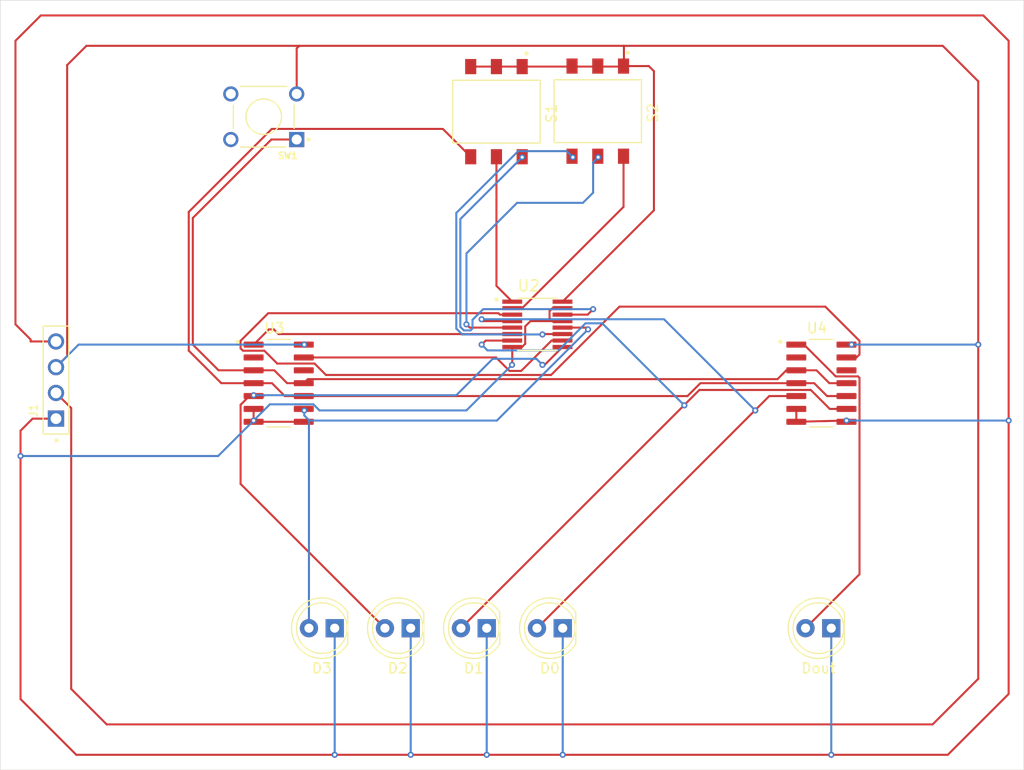
<source format=kicad_pcb>
(kicad_pcb (version 20240108) (generator "pcbnew") (generator_version "8.0")
  (layers (0 "F.Cu" signal) (31 "B.Cu" signal) (34 "B.Paste" user) (35 "F.Paste" user) (36 "B.SilkS" user "B.Silkscreen") (37 "F.SilkS" user "F.Silkscreen") (38 "B.Mask" user) (39 "F.Mask" user) (44 "Edge.Cuts" user))
  (net 0 "")
  (net 1 "D0")
  (net 2 "D1")
  (net 3 "D2")
  (net 4 "D3")
  (net 5 "Dout")
  (net 6 "CLK")
  (net 7 "RST")
  (net 8 "En")
  (net 9 "Net-(U3-~{Q1})")
  (net 10 "Net-(U3-~{Q2})")
  (net 11 "Net-(U4-~{Q1})")
  (net 12 "Net-(U4-~{Q2})")
  (net 15 "Vdd")
  (net 16 "GND")
  (net 17 "Net-(U2-S4A)")
  (net 18 "Net-(U2-S2A)")
  (net 19 "Net-(U2-S1A)")
  (net 20 "Net-(U2-S3A)")
  (net 21 "Net-(U2-S1B)")
  (net 22 "Net-(U2-S2B)")
  (net 23 "Net-(U2-S3B)")
  (footprint "LED_THT:LED_D5.0mm" (layer "F.Cu") (at 133 150.5 180)
    (property "Reference" "D2" (at 1.27 -3.96 180) (layer "F.SilkS"))
    (property "Value" "LED")
    (fp_line (start -1.29 -1.545) (end -1.29 1.545) (stroke (width 0.12)) (layer "F.SilkS"))
    (fp_arc (start 4.26 -0.000462) (mid 2.072002 2.880433) (end -1.29 1.54483) (stroke (width 0.12)) (layer "F.SilkS"))
    (fp_arc (start -1.29 -1.54483) (mid 2.072002 -2.880433) (end 4.26 0.000462) (stroke (width 0.12)) (layer "F.SilkS"))
    (fp_circle (center 1.27 0) (end 3.77 0) (stroke (width 0.12)) (fill none) (layer "F.SilkS"))
    (pad "1" thru_hole rect (at 0 0 180) (size 1.8 1.8) (drill 0.9) (layers "*.Cu" "*.Mask") (net 16 "GND"))
    (pad "2" thru_hole circle (at 2.54 0 180) (size 1.8 1.8) (drill 0.9) (layers "*.Cu" "*.Mask") (net 3 "D2"))
  )
  (footprint "ADG794BRQZ:SOP64P600X175-16N" (layer "F.Cu") (at 145.5 120.5)
    (property "Reference" "U2" (at -0.856285 -3.806405 0) (layer "F.SilkS") (effects (font (size 1.083835 1.083835))))
    (property "Value" "ADG794BRQZ")
    (fp_line (start -1.955 -2.575) (end 1.955 -2.575) (stroke (width 0.127)) (layer "F.SilkS"))
    (fp_line (start -1.955 2.575) (end 1.955 2.575) (stroke (width 0.127)) (layer "F.SilkS"))
    (fp_circle (center -4.04 -2.45) (end -3.84 -2.45) (fill solid) (layer "F.SilkS"))
    (pad "1" smd roundrect (at -2.48 -2.24) (size 1.96 0.41) (layers "F.Cu" "F.Paste" "F.Mask") (roundrect_rratio 0.05) (net 8 "En"))
    (pad "2" smd roundrect (at -2.48 -1.6) (size 1.96 0.41) (layers "F.Cu" "F.Paste" "F.Mask") (roundrect_rratio 0.05) (net 19 "Net-(U2-S1A)"))
    (pad "3" smd roundrect (at -2.48 -0.96) (size 1.96 0.41) (layers "F.Cu" "F.Paste" "F.Mask") (roundrect_rratio 0.05) (net 21 "Net-(U2-S1B)"))
    (pad "4" smd roundrect (at -2.48 -0.32) (size 1.96 0.41) (layers "F.Cu" "F.Paste" "F.Mask") (roundrect_rratio 0.05) (net 1 "D0"))
    (pad "5" smd roundrect (at -2.48 0.32) (size 1.96 0.41) (layers "F.Cu" "F.Paste" "F.Mask") (roundrect_rratio 0.05) (net 18 "Net-(U2-S2A)"))
    (pad "6" smd roundrect (at -2.48 0.96) (size 1.96 0.41) (layers "F.Cu" "F.Paste" "F.Mask") (roundrect_rratio 0.05) (net 22 "Net-(U2-S2B)"))
    (pad "7" smd roundrect (at -2.48 1.6) (size 1.96 0.41) (layers "F.Cu" "F.Paste" "F.Mask") (roundrect_rratio 0.05) (net 2 "D1"))
    (pad "8" smd roundrect (at -2.48 2.24) (size 1.96 0.41) (layers "F.Cu" "F.Paste" "F.Mask") (roundrect_rratio 0.05) (net 16 "GND"))
    (pad "9" smd roundrect (at 2.48 2.24) (size 1.96 0.41) (layers "F.Cu" "F.Paste" "F.Mask") (roundrect_rratio 0.05) (net 3 "D2"))
    (pad "10" smd roundrect (at 2.48 1.6) (size 1.96 0.41) (layers "F.Cu" "F.Paste" "F.Mask") (roundrect_rratio 0.05) (net 23 "Net-(U2-S3B)"))
    (pad "11" smd roundrect (at 2.48 0.96) (size 1.96 0.41) (layers "F.Cu" "F.Paste" "F.Mask") (roundrect_rratio 0.05) (net 20 "Net-(U2-S3A)"))
    (pad "12" smd roundrect (at 2.48 0.32) (size 1.96 0.41) (layers "F.Cu" "F.Paste" "F.Mask") (roundrect_rratio 0.05) (net 4 "D3"))
    (pad "13" smd roundrect (at 2.48 -0.32) (size 1.96 0.41) (layers "F.Cu" "F.Paste" "F.Mask") (roundrect_rratio 0.05) (net 16 "GND"))
    (pad "14" smd roundrect (at 2.48 -0.96) (size 1.96 0.41) (layers "F.Cu" "F.Paste" "F.Mask") (roundrect_rratio 0.05) (net 17 "Net-(U2-S4A)"))
    (pad "15" smd roundrect (at 2.48 -1.6) (size 1.96 0.41) (layers "F.Cu" "F.Paste" "F.Mask") (roundrect_rratio 0.05) (net 16 "GND"))
    (pad "16" smd roundrect (at 2.48 -2.24) (size 1.96 0.41) (layers "F.Cu" "F.Paste" "F.Mask") (roundrect_rratio 0.05) (net 15 "Vdd"))
  )
  (footprint "LED_THT:LED_D5.0mm" (layer "F.Cu") (at 148 150.5 180)
    (property "Reference" "D0" (at 1.27 -3.96 180) (layer "F.SilkS"))
    (property "Value" "LED")
    (fp_line (start -1.29 -1.545) (end -1.29 1.545) (stroke (width 0.12)) (layer "F.SilkS"))
    (fp_arc (start 4.26 -0.000462) (mid 2.072002 2.880433) (end -1.29 1.54483) (stroke (width 0.12)) (layer "F.SilkS"))
    (fp_arc (start -1.29 -1.54483) (mid 2.072002 -2.880433) (end 4.26 0.000462) (stroke (width 0.12)) (layer "F.SilkS"))
    (fp_circle (center 1.27 0) (end 3.77 0) (stroke (width 0.12)) (fill none) (layer "F.SilkS"))
    (pad "1" thru_hole rect (at 0 0 180) (size 1.8 1.8) (drill 0.9) (layers "*.Cu" "*.Mask") (net 16 "GND"))
    (pad "2" thru_hole circle (at 2.54 0 180) (size 1.8 1.8) (drill 0.9) (layers "*.Cu" "*.Mask") (net 1 "D0"))
  )
  (footprint "DS04-254-2-03BK-SMT:SW_DS04-254-2-03BK-SMT" (layer "F.Cu") (at 141.46 99.5 -90)
    (property "Reference" "S1" (at 0.175 -5.425 90) (layer "F.SilkS"))
    (property "Value" "DS04-254-2-03BK-SMT")
    (fp_line (start -3.1 4.31) (end -3.1 -4.31) (stroke (width 0.127)) (layer "F.SilkS"))
    (fp_line (start 3.1 4.31) (end -3.1 4.31) (stroke (width 0.127)) (layer "F.SilkS"))
    (fp_line (start -3.1 -4.31) (end 3.1 -4.31) (stroke (width 0.127)) (layer "F.SilkS"))
    (fp_line (start 3.1 -4.31) (end 3.1 4.31) (stroke (width 0.127)) (layer "F.SilkS"))
    (fp_circle (center -5.75 -2.97) (end -5.65 -2.97) (stroke (width 0.2)) (fill none) (layer "F.SilkS"))
    (pad "1A" smd rect (at -4.45 -2.54 270) (size 1.5 1.1) (layers "F.Cu" "F.Paste" "F.Mask") (net 15 "Vdd"))
    (pad "1B" smd rect (at 4.45 -2.54 90) (size 1.5 1.1) (layers "F.Cu" "F.Paste" "F.Mask") (net 17 "Net-(U2-S4A)"))
    (pad "2A" smd rect (at -4.45 0 270) (size 1.5 1.1) (layers "F.Cu" "F.Paste" "F.Mask") (net 15 "Vdd"))
    (pad "2B" smd rect (at 4.45 0 90) (size 1.5 1.1) (layers "F.Cu" "F.Paste" "F.Mask") (net 8 "En"))
    (pad "3A" smd rect (at -4.45 2.54 270) (size 1.5 1.1) (layers "F.Cu" "F.Paste" "F.Mask") (net 15 "Vdd"))
    (pad "3B" smd rect (at 4.45 2.54 90) (size 1.5 1.1) (layers "F.Cu" "F.Paste" "F.Mask") (net 7 "RST"))
  )
  (footprint "CD4013BMT:SOIC127P600X175-14N" (layer "F.Cu") (at 119.975 126.31)
    (property "Reference" "U3" (at -0.425 -5.435 0) (layer "F.SilkS"))
    (property "Value" "CD4013BMT")
    (fp_line (start -1.17 -4.325) (end 1.17 -4.325) (stroke (width 0.127)) (layer "F.SilkS"))
    (fp_line (start -1.17 4.325) (end 1.17 4.325) (stroke (width 0.127)) (layer "F.SilkS"))
    (fp_circle (center -4.05 -4.1) (end -3.95 -4.1) (stroke (width 0.2)) (fill none) (layer "F.SilkS"))
    (pad "1" smd roundrect (at -2.475 -3.81) (size 1.97 0.6) (layers "F.Cu" "F.Paste" "F.Mask") (roundrect_rratio 0.15) (net 22 "Net-(U2-S2B)"))
    (pad "2" smd roundrect (at -2.475 -2.54) (size 1.97 0.6) (layers "F.Cu" "F.Paste" "F.Mask") (roundrect_rratio 0.15) (net 9 "Net-(U3-~{Q1})"))
    (pad "3" smd roundrect (at -2.475 -1.27) (size 1.97 0.6) (layers "F.Cu" "F.Paste" "F.Mask") (roundrect_rratio 0.15) (net 6 "CLK"))
    (pad "4" smd roundrect (at -2.475 0) (size 1.97 0.6) (layers "F.Cu" "F.Paste" "F.Mask") (roundrect_rratio 0.15) (net 7 "RST"))
    (pad "5" smd roundrect (at -2.475 1.27) (size 1.97 0.6) (layers "F.Cu" "F.Paste" "F.Mask") (roundrect_rratio 0.15) (net 3 "D2"))
    (pad "6" smd roundrect (at -2.475 2.54) (size 1.97 0.6) (layers "F.Cu" "F.Paste" "F.Mask") (roundrect_rratio 0.15) (net 16 "GND"))
    (pad "7" smd roundrect (at -2.475 3.81) (size 1.97 0.6) (layers "F.Cu" "F.Paste" "F.Mask") (roundrect_rratio 0.15) (net 16 "GND"))
    (pad "8" smd roundrect (at 2.475 3.81) (size 1.97 0.6) (layers "F.Cu" "F.Paste" "F.Mask") (roundrect_rratio 0.15) (net 16 "GND"))
    (pad "9" smd roundrect (at 2.475 2.54) (size 1.97 0.6) (layers "F.Cu" "F.Paste" "F.Mask") (roundrect_rratio 0.15) (net 4 "D3"))
    (pad "10" smd roundrect (at 2.475 1.27) (size 1.97 0.6) (layers "F.Cu" "F.Paste" "F.Mask") (roundrect_rratio 0.15) (net 7 "RST"))
    (pad "11" smd roundrect (at 2.475 0) (size 1.97 0.6) (layers "F.Cu" "F.Paste" "F.Mask") (roundrect_rratio 0.15) (net 6 "CLK"))
    (pad "12" smd roundrect (at 2.475 -1.27) (size 1.97 0.6) (layers "F.Cu" "F.Paste" "F.Mask") (roundrect_rratio 0.15) (net 10 "Net-(U3-~{Q2})"))
    (pad "13" smd roundrect (at 2.475 -2.54) (size 1.97 0.6) (layers "F.Cu" "F.Paste" "F.Mask") (roundrect_rratio 0.15) (net 23 "Net-(U2-S3B)"))
    (pad "14" smd roundrect (at 2.475 -3.81) (size 1.97 0.6) (layers "F.Cu" "F.Paste" "F.Mask") (roundrect_rratio 0.15) (net 15 "Vdd"))
  )
  (footprint "PPTC041LFBN-RC:SULLINS_PPTC041LFBN-RC" (layer "F.Cu") (at 98 126 90)
    (property "Reference" "J1" (at -3.02 -2.208 -90) (layer "F.SilkS") (effects (font (size 0.8 0.8))))
    (property "Value" "PPTC041LFBN-RC")
    (fp_line (start 5.33 -1.27) (end -5.33 -1.27) (stroke (width 0.127)) (layer "F.SilkS"))
    (fp_line (start -5.33 -1.27) (end -5.33 1.27) (stroke (width 0.127)) (layer "F.SilkS"))
    (fp_line (start 5.33 1.27) (end 5.33 -1.27) (stroke (width 0.127)) (layer "F.SilkS"))
    (fp_line (start -5.33 1.27) (end 5.33 1.27) (stroke (width 0.127)) (layer "F.SilkS"))
    (fp_circle (center -5.96 0.05) (end -5.86 0.05) (stroke (width 0.2)) (fill none) (layer "F.SilkS"))
    (pad "1" thru_hole rect (at -3.81 0 90) (size 1.605 1.605) (drill 1.07) (layers "*.Cu" "*.Mask") (net 16 "GND"))
    (pad "2" thru_hole circle (at -1.27 0 90) (size 1.605 1.605) (drill 1.07) (layers "*.Cu" "*.Mask") (net 15 "Vdd"))
    (pad "3" thru_hole circle (at 1.27 0 90) (size 1.605 1.605) (drill 1.07) (layers "*.Cu" "*.Mask") (net 15 "Vdd"))
    (pad "4" thru_hole circle (at 3.81 0 90) (size 1.605 1.605) (drill 1.07) (layers "*.Cu" "*.Mask") (net 16 "GND"))
  )
  (footprint "LED_THT:LED_D5.0mm" (layer "F.Cu") (at 174.5 150.5 180)
    (property "Reference" "Dout" (at 1.27 -3.96 180) (layer "F.SilkS"))
    (property "Value" "LED")
    (fp_line (start -1.29 -1.545) (end -1.29 1.545) (stroke (width 0.12)) (layer "F.SilkS"))
    (fp_arc (start 4.26 -0.000462) (mid 2.072002 2.880433) (end -1.29 1.54483) (stroke (width 0.12)) (layer "F.SilkS"))
    (fp_arc (start -1.29 -1.54483) (mid 2.072002 -2.880433) (end 4.26 0.000462) (stroke (width 0.12)) (layer "F.SilkS"))
    (fp_circle (center 1.27 0) (end 3.77 0) (stroke (width 0.12)) (fill none) (layer "F.SilkS"))
    (pad "1" thru_hole rect (at 0 0 180) (size 1.8 1.8) (drill 0.9) (layers "*.Cu" "*.Mask") (net 16 "GND"))
    (pad "2" thru_hole circle (at 2.54 0 180) (size 1.8 1.8) (drill 0.9) (layers "*.Cu" "*.Mask") (net 5 "Dout"))
  )
  (footprint "LED_THT:LED_D5.0mm" (layer "F.Cu") (at 125.5 150.5 180)
    (property "Reference" "D3" (at 1.27 -3.96 180) (layer "F.SilkS"))
    (property "Value" "LED")
    (fp_line (start -1.29 -1.545) (end -1.29 1.545) (stroke (width 0.12)) (layer "F.SilkS"))
    (fp_arc (start 4.26 -0.000462) (mid 2.072002 2.880433) (end -1.29 1.54483) (stroke (width 0.12)) (layer "F.SilkS"))
    (fp_arc (start -1.29 -1.54483) (mid 2.072002 -2.880433) (end 4.26 0.000462) (stroke (width 0.12)) (layer "F.SilkS"))
    (fp_circle (center 1.27 0) (end 3.77 0) (stroke (width 0.12)) (fill none) (layer "F.SilkS"))
    (pad "1" thru_hole rect (at 0 0 180) (size 1.8 1.8) (drill 0.9) (layers "*.Cu" "*.Mask") (net 16 "GND"))
    (pad "2" thru_hole circle (at 2.54 0 180) (size 1.8 1.8) (drill 0.9) (layers "*.Cu" "*.Mask") (net 4 "D3"))
  )
  (footprint "DS04-254-2-03BK-SMT:SW_DS04-254-2-03BK-SMT" (layer "F.Cu") (at 151.46 99.45 -90)
    (property "Reference" "S2" (at 0.175 -5.425 90) (layer "F.SilkS"))
    (property "Value" "DS04-254-2-03BK-SMT")
    (fp_line (start -3.1 4.31) (end -3.1 -4.31) (stroke (width 0.127)) (layer "F.SilkS"))
    (fp_line (start 3.1 4.31) (end -3.1 4.31) (stroke (width 0.127)) (layer "F.SilkS"))
    (fp_line (start -3.1 -4.31) (end 3.1 -4.31) (stroke (width 0.127)) (layer "F.SilkS"))
    (fp_line (start 3.1 -4.31) (end 3.1 4.31) (stroke (width 0.127)) (layer "F.SilkS"))
    (fp_circle (center -5.75 -2.97) (end -5.65 -2.97) (stroke (width 0.2)) (fill none) (layer "F.SilkS"))
    (pad "1A" smd rect (at -4.45 -2.54 270) (size 1.5 1.1) (layers "F.Cu" "F.Paste" "F.Mask") (net 15 "Vdd"))
    (pad "1B" smd rect (at 4.45 -2.54 90) (size 1.5 1.1) (layers "F.Cu" "F.Paste" "F.Mask") (net 19 "Net-(U2-S1A)"))
    (pad "2A" smd rect (at -4.45 0 270) (size 1.5 1.1) (layers "F.Cu" "F.Paste" "F.Mask") (net 15 "Vdd"))
    (pad "2B" smd rect (at 4.45 0 90) (size 1.5 1.1) (layers "F.Cu" "F.Paste" "F.Mask") (net 18 "Net-(U2-S2A)"))
    (pad "3A" smd rect (at -4.45 2.54 270) (size 1.5 1.1) (layers "F.Cu" "F.Paste" "F.Mask") (net 15 "Vdd"))
    (pad "3B" smd rect (at 4.45 2.54 90) (size 1.5 1.1) (layers "F.Cu" "F.Paste" "F.Mask") (net 20 "Net-(U2-S3A)"))
  )
  (footprint "1825910-6:SW_1825910-6-4" (layer "F.Cu") (at 118.5 100 180)
    (property "Reference" "SW1" (at -2.3627 -3.844398 180) (layer "F.SilkS") (effects (font (size 0.630643 0.630643))))
    (property "Value" "1825910-6")
    (fp_line (start 3 -1.15) (end 3 1.15) (stroke (width 0.127)) (layer "F.SilkS"))
    (fp_line (start 2.3 2.995) (end -2.3 2.995) (stroke (width 0.127)) (layer "F.SilkS"))
    (fp_line (start -2.2 -2.995) (end 2.3 -2.995) (stroke (width 0.127)) (layer "F.SilkS"))
    (fp_line (start -2.995 -1.15) (end -2.995 1.15) (stroke (width 0.127)) (layer "F.SilkS"))
    (fp_circle (center 0 0) (end 1.755 0) (stroke (width 0.127)) (fill none) (layer "F.SilkS"))
    (fp_circle (center -4.445 -2.25) (end -4.345 -2.25) (stroke (width 0.2)) (fill none) (layer "F.SilkS"))
    (pad "1" thru_hole rect (at -3.25 -2.25 180) (size 1.498 1.498) (drill 0.99) (layers "*.Cu" "*.Mask") (net 6 "CLK"))
    (pad "2" thru_hole circle (at 3.25 -2.25 180) (size 1.498 1.498) (drill 0.99) (layers "*.Cu" "*.Mask"))
    (pad "3" thru_hole circle (at -3.25 2.25 180) (size 1.498 1.498) (drill 0.99) (layers "*.Cu" "*.Mask") (net 15 "Vdd"))
    (pad "4" thru_hole circle (at 3.25 2.25 180) (size 1.498 1.498) (drill 0.99) (layers "*.Cu" "*.Mask"))
  )
  (footprint "CD4013BMT:SOIC127P600X175-14N" (layer "F.Cu") (at 173.525 126.31)
    (property "Reference" "U4" (at -0.425 -5.435 0) (layer "F.SilkS"))
    (property "Value" "CD4013BMT")
    (fp_line (start -1.17 -4.325) (end 1.17 -4.325) (stroke (width 0.127)) (layer "F.SilkS"))
    (fp_line (start -1.17 4.325) (end 1.17 4.325) (stroke (width 0.127)) (layer "F.SilkS"))
    (fp_circle (center -4.05 -4.1) (end -3.95 -4.1) (stroke (width 0.2)) (fill none) (layer "F.SilkS"))
    (pad "1" smd roundrect (at -2.475 -3.81) (size 1.97 0.6) (layers "F.Cu" "F.Paste" "F.Mask") (roundrect_rratio 0.15) (net 5 "Dout"))
    (pad "2" smd roundrect (at -2.475 -2.54) (size 1.97 0.6) (layers "F.Cu" "F.Paste" "F.Mask") (roundrect_rratio 0.15) (net 11 "Net-(U4-~{Q1})"))
    (pad "3" smd roundrect (at -2.475 -1.27) (size 1.97 0.6) (layers "F.Cu" "F.Paste" "F.Mask") (roundrect_rratio 0.15) (net 6 "CLK"))
    (pad "4" smd roundrect (at -2.475 0) (size 1.97 0.6) (layers "F.Cu" "F.Paste" "F.Mask") (roundrect_rratio 0.15) (net 7 "RST"))
    (pad "5" smd roundrect (at -2.475 1.27) (size 1.97 0.6) (layers "F.Cu" "F.Paste" "F.Mask") (roundrect_rratio 0.15) (net 1 "D0"))
    (pad "6" smd roundrect (at -2.475 2.54) (size 1.97 0.6) (layers "F.Cu" "F.Paste" "F.Mask") (roundrect_rratio 0.15) (net 16 "GND"))
    (pad "7" smd roundrect (at -2.475 3.81) (size 1.97 0.6) (layers "F.Cu" "F.Paste" "F.Mask") (roundrect_rratio 0.15) (net 16 "GND"))
    (pad "8" smd roundrect (at 2.475 3.81) (size 1.97 0.6) (layers "F.Cu" "F.Paste" "F.Mask") (roundrect_rratio 0.15) (net 16 "GND"))
    (pad "9" smd roundrect (at 2.475 2.54) (size 1.97 0.6) (layers "F.Cu" "F.Paste" "F.Mask") (roundrect_rratio 0.15) (net 2 "D1"))
    (pad "10" smd roundrect (at 2.475 1.27) (size 1.97 0.6) (layers "F.Cu" "F.Paste" "F.Mask") (roundrect_rratio 0.15) (net 7 "RST"))
    (pad "11" smd roundrect (at 2.475 0) (size 1.97 0.6) (layers "F.Cu" "F.Paste" "F.Mask") (roundrect_rratio 0.15) (net 6 "CLK"))
    (pad "12" smd roundrect (at 2.475 -1.27) (size 1.97 0.6) (layers "F.Cu" "F.Paste" "F.Mask") (roundrect_rratio 0.15) (net 12 "Net-(U4-~{Q2})"))
    (pad "13" smd roundrect (at 2.475 -2.54) (size 1.97 0.6) (layers "F.Cu" "F.Paste" "F.Mask") (roundrect_rratio 0.15) (net 21 "Net-(U2-S1B)"))
    (pad "14" smd roundrect (at 2.475 -3.81) (size 1.97 0.6) (layers "F.Cu" "F.Paste" "F.Mask") (roundrect_rratio 0.15) (net 15 "Vdd"))
  )
  (footprint "LED_THT:LED_D5.0mm" (layer "F.Cu") (at 140.5 150.5 180)
    (property "Reference" "D1" (at 1.27 -3.96 180) (layer "F.SilkS"))
    (property "Value" "LED")
    (fp_line (start -1.29 -1.545) (end -1.29 1.545) (stroke (width 0.12)) (layer "F.SilkS"))
    (fp_arc (start 4.26 -0.000462) (mid 2.072002 2.880433) (end -1.29 1.54483) (stroke (width 0.12)) (layer "F.SilkS"))
    (fp_arc (start -1.29 -1.54483) (mid 2.072002 -2.880433) (end 4.26 0.000462) (stroke (width 0.12)) (layer "F.SilkS"))
    (fp_circle (center 1.27 0) (end 3.77 0) (stroke (width 0.12)) (fill none) (layer "F.SilkS"))
    (pad "1" thru_hole rect (at 0 0 180) (size 1.8 1.8) (drill 0.9) (layers "*.Cu" "*.Mask") (net 16 "GND"))
    (pad "2" thru_hole circle (at 2.54 0 180) (size 1.8 1.8) (drill 0.9) (layers "*.Cu" "*.Mask") (net 2 "D1"))
  )
  (gr_rect (start 92.5 88.5) (end 193.5 164.5) (stroke (width 0.05)) (fill none) (layer "Edge.Cuts"))
  (segment (start 167 128.96) (end 167 129) (width 0.2) (layer "F.Cu") (net 1))
  (segment (start 143.02 120.18) (end 140.18 120.18) (width 0.2) (layer "F.Cu") (net 1))
  (segment (start 166.96 129) (end 145.46 150.5) (width 0.2) (layer "F.Cu") (net 1))
  (segment (start 140.18 120.18) (end 140 120) (width 0.2) (layer "F.Cu") (net 1))
  (segment (start 167 129) (end 166.96 129) (width 0.2) (layer "F.Cu") (net 1))
  (segment (start 171.05 127.58) (end 168.38 127.58) (width 0.2) (layer "F.Cu") (net 1))
  (segment (start 168.38 127.58) (end 167 128.96) (width 0.2) (layer "F.Cu") (net 1))
  (via (at 140 120) (size 0.6) (drill 0.3) (layers "F.Cu" "B.Cu") (net 1))
  (via (at 167 129) (size 0.6) (drill 0.3) (layers "F.Cu" "B.Cu") (net 1))
  (segment (start 158 120) (end 167 129) (width 0.2) (layer "B.Cu") (net 1))
  (segment (start 140 120) (end 158 120) (width 0.2) (layer "B.Cu") (net 1))
  (segment (start 161.48 126.98) (end 160 128.46) (width 0.2) (layer "F.Cu") (net 2))
  (segment (start 174.35 128.85) (end 172.48 126.98) (width 0.2) (layer "F.Cu") (net 2))
  (segment (start 160 128.46) (end 160 128.5) (width 0.2) (layer "F.Cu") (net 2))
  (segment (start 172.48 126.98) (end 161.48 126.98) (width 0.2) (layer "F.Cu") (net 2))
  (segment (start 159.96 128.5) (end 137.96 150.5) (width 0.2) (layer "F.Cu") (net 2))
  (segment (start 140.4 122.1) (end 140 122.5) (width 0.2) (layer "F.Cu") (net 2))
  (segment (start 160 128.5) (end 159.96 128.5) (width 0.2) (layer "F.Cu") (net 2))
  (segment (start 143.02 122.1) (end 140.4 122.1) (width 0.2) (layer "F.Cu") (net 2))
  (segment (start 176 128.85) (end 174.35 128.85) (width 0.2) (layer "F.Cu") (net 2))
  (via (at 160 128.5) (size 0.6) (drill 0.3) (layers "F.Cu" "B.Cu") (net 2))
  (via (at 140 122.5) (size 0.6) (drill 0.3) (layers "F.Cu" "B.Cu") (net 2))
  (segment (start 160 128.5) (end 151.9 120.4) (width 0.2) (layer "B.Cu") (net 2))
  (segment (start 151.9 120.4) (end 150.251471 120.4) (width 0.2) (layer "B.Cu") (net 2))
  (segment (start 140.575736 123.075736) (end 140 122.5) (width 0.2) (layer "B.Cu") (net 2))
  (segment (start 150.251471 120.4) (end 147.575736 123.075736) (width 0.2) (layer "B.Cu") (net 2))
  (segment (start 147.575736 123.075736) (end 140.575736 123.075736) (width 0.2) (layer "B.Cu") (net 2))
  (segment (start 117.5 127.5) (end 117.08 127.58) (width 0.2) (layer "F.Cu") (net 3))
  (segment (start 117.5 127.58) (end 117.5 127.5) (width 0.2) (layer "F.Cu") (net 3))
  (segment (start 147.98 122.74) (end 146.22 124.5) (width 0.2) (layer "F.Cu") (net 3))
  (segment (start 116.215 128.445) (end 116.215 136.255) (width 0.2) (layer "F.Cu") (net 3))
  (segment (start 116.215 136.255) (end 130.46 150.5) (width 0.2) (layer "F.Cu") (net 3))
  (segment (start 117.08 127.58) (end 116.215 128.445) (width 0.2) (layer "F.Cu") (net 3))
  (segment (start 146.22 124.5) (end 146 124.5) (width 0.2) (layer "F.Cu") (net 3))
  (segment (start 117.5 127.58) (end 118.484999 127.58) (width 0.2) (layer "F.Cu") (net 3))
  (via (at 146 124.5) (size 0.6) (drill 0.3) (layers "F.Cu" "B.Cu") (net 3))
  (via (at 117.5 127.5) (size 0.6) (drill 0.3) (layers "F.Cu" "B.Cu") (net 3))
  (segment (start 141.1 123.9) (end 145.4 123.9) (width 0.2) (layer "B.Cu") (net 3))
  (segment (start 145.4 123.9) (end 146 124.5) (width 0.2) (layer "B.Cu") (net 3))
  (segment (start 117.5 127.5) (end 137.5 127.5) (width 0.2) (layer "B.Cu") (net 3))
  (segment (start 137.5 127.5) (end 141.1 123.9) (width 0.2) (layer "B.Cu") (net 3))
  (segment (start 150.32 120.82) (end 150.5 121) (width 0.2) (layer "F.Cu") (net 4))
  (segment (start 147.98 120.82) (end 150.32 120.82) (width 0.2) (layer "F.Cu") (net 4))
  (via (at 122.5 129) (size 0.6) (drill 0.3) (layers "F.Cu" "B.Cu") (net 4))
  (via (at 150.5 121) (size 0.6) (drill 0.3) (layers "F.Cu" "B.Cu") (net 4))
  (segment (start 122.96 129.96) (end 122.96 130) (width 0.2) (layer "B.Cu") (net 4))
  (segment (start 141.5 130) (end 122.96 130) (width 0.2) (layer "B.Cu") (net 4))
  (segment (start 122.5 129.5) (end 122.96 129.96) (width 0.2) (layer "B.Cu") (net 4))
  (segment (start 122.96 130) (end 122.96 150.5) (width 0.2) (layer "B.Cu") (net 4))
  (segment (start 150.5 121) (end 141.5 130) (width 0.2) (layer "B.Cu") (net 4))
  (segment (start 122.5 129) (end 122.5 129.5) (width 0.2) (layer "B.Cu") (net 4))
  (segment (start 177.14 125.64) (end 177.285 125.785) (width 0.2) (layer "F.Cu") (net 5))
  (segment (start 177.285 125.785) (end 177.285 145.175) (width 0.2) (layer "F.Cu") (net 5))
  (segment (start 177.285 145.175) (end 171.96 150.5) (width 0.2) (layer "F.Cu") (net 5))
  (segment (start 171.05 122.5) (end 171.800964 122.5) (width 0.2) (layer "F.Cu") (net 5))
  (segment (start 171.800964 122.5) (end 174.940964 125.64) (width 0.2) (layer "F.Cu") (net 5))
  (segment (start 174.940964 125.64) (end 177.14 125.64) (width 0.2) (layer "F.Cu") (net 5))
  (segment (start 120.81 126.31) (end 122.45 126.31) (width 0.2) (layer "F.Cu") (net 6))
  (segment (start 173.04 125.04) (end 174.31 126.31) (width 0.2) (layer "F.Cu") (net 6))
  (segment (start 122.45 126.31) (end 122.85 125.91) (width 0.2) (layer "F.Cu") (net 6))
  (segment (start 174.31 126.31) (end 176 126.31) (width 0.2) (layer "F.Cu") (net 6))
  (segment (start 119.25 102.25) (end 121.75 102.25) (width 0.2) (layer "F.Cu") (net 6))
  (segment (start 114.04 125.04) (end 111.5 122.5) (width 0.2) (layer "F.Cu") (net 6))
  (segment (start 171.05 125.04) (end 173.04 125.04) (width 0.2) (layer "F.Cu") (net 6))
  (segment (start 111.5 110) (end 119.25 102.25) (width 0.2) (layer "F.Cu") (net 6))
  (segment (start 117.5 125.04) (end 114.04 125.04) (width 0.2) (layer "F.Cu") (net 6))
  (segment (start 119.54 125.04) (end 120.81 126.31) (width 0.2) (layer "F.Cu") (net 6))
  (segment (start 117.5 125.04) (end 119.54 125.04) (width 0.2) (layer "F.Cu") (net 6))
  (segment (start 122.85 125.91) (end 169.195001 125.91) (width 0.2) (layer "F.Cu") (net 6))
  (segment (start 111.5 122.5) (end 111.5 110) (width 0.2) (layer "F.Cu") (net 6))
  (segment (start 170.065001 125.04) (end 171.05 125.04) (width 0.2) (layer "F.Cu") (net 6))
  (segment (start 169.195001 125.91) (end 170.065001 125.04) (width 0.2) (layer "F.Cu") (net 6))
  (segment (start 111.1 123.1) (end 114.31 126.31) (width 0.2) (layer "F.Cu") (net 7))
  (segment (start 136.171 101.201) (end 119.299 101.201) (width 0.2) (layer "F.Cu") (net 7))
  (segment (start 172.81 126.31) (end 174.08 127.58) (width 0.2) (layer "F.Cu") (net 7))
  (segment (start 174.08 127.58) (end 176 127.58) (width 0.2) (layer "F.Cu") (net 7))
  (segment (start 171.05 126.31) (end 172.81 126.31) (width 0.2) (layer "F.Cu") (net 7))
  (segment (start 111.1 109.4) (end 111.1 123.1) (width 0.2) (layer "F.Cu") (net 7))
  (segment (start 122.45 127.58) (end 160.314314 127.58) (width 0.2) (layer "F.Cu") (net 7))
  (segment (start 138.92 103.95) (end 136.171 101.201) (width 0.2) (layer "F.Cu") (net 7))
  (segment (start 119.31 126.31) (end 120.58 127.58) (width 0.2) (layer "F.Cu") (net 7))
  (segment (start 114.31 126.31) (end 117.5 126.31) (width 0.2) (layer "F.Cu") (net 7))
  (segment (start 160.314314 127.58) (end 161.584314 126.31) (width 0.2) (layer "F.Cu") (net 7))
  (segment (start 117.5 126.31) (end 119.31 126.31) (width 0.2) (layer "F.Cu") (net 7))
  (segment (start 119.299 101.201) (end 111.1 109.4) (width 0.2) (layer "F.Cu") (net 7))
  (segment (start 161.584314 126.31) (end 171.05 126.31) (width 0.2) (layer "F.Cu") (net 7))
  (segment (start 120.58 127.58) (end 122.45 127.58) (width 0.2) (layer "F.Cu") (net 7))
  (segment (start 141.46 103.95) (end 141.46 116.7) (width 0.2) (layer "F.Cu") (net 8))
  (segment (start 141.46 116.7) (end 143.02 118.26) (width 0.2) (layer "F.Cu") (net 8))
  (segment (start 99.5 156.5) (end 99.5 128.77) (width 0.2) (layer "F.Cu") (net 15))
  (segment (start 189 122.5) (end 189 155.5) (width 0.2) (layer "F.Cu") (net 15))
  (segment (start 189 96.5) (end 189 122.5) (width 0.2) (layer "F.Cu") (net 15))
  (segment (start 189 155.5) (end 184.5 160) (width 0.2) (layer "F.Cu") (net 15))
  (segment (start 154.04 93.04) (end 154 93) (width 0.2) (layer "F.Cu") (net 15))
  (segment (start 121.75 97.75) (end 121.75 93.25) (width 0.2) (layer "F.Cu") (net 15))
  (segment (start 138.79 95.05) (end 154.04 95.05) (width 0.2) (layer "F.Cu") (net 15))
  (segment (start 99.1025 123.6275) (end 99.1025 94.8975) (width 0.2) (layer "F.Cu") (net 15))
  (segment (start 157 109.24) (end 157 95.5) (width 0.2) (layer "F.Cu") (net 15))
  (segment (start 101 93) (end 122 93) (width 0.2) (layer "F.Cu") (net 15))
  (segment (start 154 93) (end 185.5 93) (width 0.2) (layer "F.Cu") (net 15))
  (segment (start 103 160) (end 99.5 156.5) (width 0.2) (layer "F.Cu") (net 15))
  (segment (start 184.5 160) (end 103 160) (width 0.2) (layer "F.Cu") (net 15))
  (segment (start 147.98 118.26) (end 157 109.24) (width 0.2) (layer "F.Cu") (net 15))
  (segment (start 156.5 95) (end 154 95) (width 0.2) (layer "F.Cu") (net 15))
  (segment (start 99.5 128.77) (end 98 127.27) (width 0.2) (layer "F.Cu") (net 15))
  (segment (start 99.1025 94.8975) (end 101 93) (width 0.2) (layer "F.Cu") (net 15))
  (segment (start 122 93) (end 154 93) (width 0.2) (layer "F.Cu") (net 15))
  (segment (start 157 95.5) (end 156.5 95) (width 0.2) (layer "F.Cu") (net 15))
  (segment (start 121.75 93.25) (end 122 93) (width 0.2) (layer "F.Cu") (net 15))
  (segment (start 98 124.73) (end 99.1025 123.6275) (width 0.2) (layer "F.Cu") (net 15))
  (segment (start 154.04 95.05) (end 154.04 93.04) (width 0.2) (layer "F.Cu") (net 15))
  (segment (start 185.5 93) (end 189 96.5) (width 0.2) (layer "F.Cu") (net 15))
  (via (at 189 122.5) (size 0.6) (drill 0.3) (layers "F.Cu" "B.Cu") (net 15))
  (via (at 176.5 122.5) (size 0.6) (drill 0.3) (layers "F.Cu" "B.Cu") (net 15))
  (via (at 122.5 122.5) (size 0.6) (drill 0.3) (layers "F.Cu" "B.Cu") (net 15))
  (segment (start 176.5 122.5) (end 189 122.5) (width 0.2) (layer "B.Cu") (net 15))
  (segment (start 122.5 122.5) (end 100.23 122.5) (width 0.2) (layer "B.Cu") (net 15))
  (segment (start 100.23 122.5) (end 98 124.73) (width 0.2) (layer "B.Cu") (net 15))
  (segment (start 148 163) (end 140.5 163) (width 0.2) (layer "F.Cu") (net 16))
  (segment (start 143.977824 122.74) (end 144.3 122.417824) (width 0.2) (layer "F.Cu") (net 16))
  (segment (start 94 120.5) (end 95.5 122) (width 0.2) (layer "F.Cu") (net 16))
  (segment (start 94.5 131) (end 95.69 129.81) (width 0.2) (layer "F.Cu") (net 16))
  (segment (start 117.5 128.85) (end 117.5 130) (width 0.2) (layer "F.Cu") (net 16))
  (segment (start 94 92.5) (end 94 120.5) (width 0.2) (layer "F.Cu") (net 16))
  (segment (start 140.5 163) (end 100 163) (width 0.2) (layer "F.Cu") (net 16))
  (segment (start 95.5 122) (end 95.5 122.19) (width 0.2) (layer "F.Cu") (net 16))
  (segment (start 147.98 120.18) (end 147.000001 120.18) (width 0.2) (layer "F.Cu") (net 16))
  (segment (start 95.5 122.19) (end 98 122.19) (width 0.2) (layer "F.Cu") (net 16))
  (segment (start 171.05 128.85) (end 171.05 130.12) (width 0.2) (layer "F.Cu") (net 16))
  (segment (start 144.3 122.417824) (end 144.3 120.7) (width 0.2) (layer "F.Cu") (net 16))
  (segment (start 143.02 122.74) (end 143.02 124.48) (width 0.2) (layer "F.Cu") (net 16))
  (segment (start 147.000001 120.18) (end 146.7 119.879999) (width 0.2) (layer "F.Cu") (net 16))
  (segment (start 144.82 120.18) (end 147.98 120.18) (width 0.2) (layer "F.Cu") (net 16))
  (segment (start 94.5 133.5) (end 94.5 131) (width 0.2) (layer "F.Cu") (net 16))
  (segment (start 95.69 129.81) (end 98 129.81) (width 0.2) (layer "F.Cu") (net 16))
  (segment (start 192 157) (end 192 92.5) (width 0.2) (layer "F.Cu") (net 16))
  (segment (start 100 163) (end 94.5 157.5) (width 0.2) (layer "F.Cu") (net 16))
  (segment (start 117.5 130) (end 117.5 130.12) (width 0.2) (layer "F.Cu") (net 16))
  (segment (start 147.000001 118.9) (end 147.98 118.9) (width 0.2) (layer "F.Cu") (net 16))
  (segment (start 146.7 119.200001) (end 147.000001 118.9) (width 0.2) (layer "F.Cu") (net 16))
  (segment (start 94.5 157.5) (end 94.5 133.5) (width 0.2) (layer "F.Cu") (net 16))
  (segment (start 143.02 124.48) (end 143 124.5) (width 0.2) (layer "F.Cu") (net 16))
  (segment (start 171.05 130.12) (end 176 130) (width 0.2) (layer "F.Cu") (net 16))
  (segment (start 192 92.5) (end 189.5 90) (width 0.2) (layer "F.Cu") (net 16))
  (segment (start 146.7 119.879999) (end 146.7 119.200001) (width 0.2) (layer "F.Cu") (net 16))
  (segment (start 189.5 90) (end 96.5 90) (width 0.2) (layer "F.Cu") (net 16))
  (segment (start 176 130) (end 176 130.12) (width 0.2) (layer "F.Cu") (net 16))
  (segment (start 148 163) (end 186 163) (width 0.2) (layer "F.Cu") (net 16))
  (segment (start 144.3 120.7) (end 144.82 120.18) (width 0.2) (layer "F.Cu") (net 16))
  (segment (start 186 163) (end 192 157) (width 0.2) (layer "F.Cu") (net 16))
  (segment (start 96.5 90) (end 94 92.5) (width 0.2) (layer "F.Cu") (net 16))
  (segment (start 143.02 122.74) (end 143.977824 122.74) (width 0.2) (layer "F.Cu") (net 16))
  (segment (start 122.45 130.12) (end 117.5 130.12) (width 0.2) (layer "F.Cu") (net 16))
  (via (at 176 130) (size 0.6) (drill 0.3) (layers "F.Cu" "B.Cu") (net 16))
  (via (at 174.5 163) (size 0.6) (drill 0.3) (layers "F.Cu" "B.Cu") (net 16))
  (via (at 125.5 163) (size 0.6) (drill 0.3) (layers "F.Cu" "B.Cu") (net 16))
  (via (at 140.5 163) (size 0.6) (drill 0.3) (layers "F.Cu" "B.Cu") (net 16))
  (via (at 133 163) (size 0.6) (drill 0.3) (layers "F.Cu" "B.Cu") (net 16))
  (via (at 117.5 130) (size 0.6) (drill 0.3) (layers "F.Cu" "B.Cu") (net 16))
  (via (at 148 163) (size 0.6) (drill 0.3) (layers "F.Cu" "B.Cu") (net 16))
  (via (at 192 130) (size 0.6) (drill 0.3) (layers "F.Cu" "B.Cu") (net 16))
  (via (at 94.5 133.5) (size 0.6) (drill 0.3) (layers "F.Cu" "B.Cu") (net 16))
  (via (at 143 124.5) (size 0.6) (drill 0.3) (layers "F.Cu" "B.Cu") (net 16))
  (segment (start 140.5 163) (end 140.5 150.5) (width 0.2) (layer "B.Cu") (net 16))
  (segment (start 133 150.5) (end 133 163) (width 0.2) (layer "B.Cu") (net 16))
  (segment (start 176 130) (end 176.5 130) (width 0.2) (layer "B.Cu") (net 16))
  (segment (start 148 150.5) (end 148 163) (width 0.2) (layer "B.Cu") (net 16))
  (segment (start 114 133.5) (end 117.5 130) (width 0.2) (layer "B.Cu") (net 16))
  (segment (start 143 124.5) (end 138.5 129) (width 0.2) (layer "B.Cu") (net 16))
  (segment (start 124 129) (end 123.4 128.4) (width 0.2) (layer "B.Cu") (net 16))
  (segment (start 176.5 130) (end 192 130) (width 0.2) (layer "B.Cu") (net 16))
  (segment (start 174.5 150.5) (end 174.5 163) (width 0.2) (layer "B.Cu") (net 16))
  (segment (start 123.4 128.4) (end 119.1 128.4) (width 0.2) (layer "B.Cu") (net 16))
  (segment (start 119.1 128.4) (end 117.5 130) (width 0.2) (layer "B.Cu") (net 16))
  (segment (start 125.5 163) (end 125.5 150.5) (width 0.2) (layer "B.Cu") (net 16))
  (segment (start 94.5 133.5) (end 114 133.5) (width 0.2) (layer "B.Cu") (net 16))
  (segment (start 138.5 129) (end 124 129) (width 0.2) (layer "B.Cu") (net 16))
  (segment (start 150.46 119.54) (end 151 119) (width 0.2) (layer "F.Cu") (net 17))
  (segment (start 147.98 119.54) (end 150.46 119.54) (width 0.2) (layer "F.Cu") (net 17))
  (via (at 151 119) (size 0.6) (drill 0.3) (layers "F.Cu" "B.Cu") (net 17))
  (via (at 144 104) (size 0.6) (drill 0.3) (layers "F.Cu" "B.Cu") (net 17))
  (segment (start 138.251471 121.1) (end 137.9 120.748529) (width 0.2) (layer "B.Cu") (net 17))
  (segment (start 151 119) (end 140.151471 119) (width 0.2) (layer "B.Cu") (net 17))
  (segment (start 138.9 121.1) (end 138.251471 121.1) (width 0.2) (layer "B.Cu") (net 17))
  (segment (start 139.1 120.9) (end 138.9 121.1) (width 0.2) (layer "B.Cu") (net 17))
  (segment (start 139.1 120.051471) (end 139.1 120.9) (width 0.2) (layer "B.Cu") (net 17))
  (segment (start 137.9 110.1) (end 144 104) (width 0.2) (layer "B.Cu") (net 17))
  (segment (start 140.151471 119) (end 139.1 120.051471) (width 0.2) (layer "B.Cu") (net 17))
  (segment (start 137.9 120.748529) (end 137.9 110.1) (width 0.2) (layer "B.Cu") (net 17))
  (segment (start 143.02 120.82) (end 138.82 120.82) (width 0.2) (layer "F.Cu") (net 18))
  (segment (start 138.82 120.82) (end 138.5 120.5) (width 0.2) (layer "F.Cu") (net 18))
  (via (at 138.5 120.5) (size 0.6) (drill 0.3) (layers "F.Cu" "B.Cu") (net 18))
  (via (at 151.5 104) (size 0.6) (drill 0.3) (layers "F.Cu" "B.Cu") (net 18))
  (segment (start 151 107.5) (end 151 104.5) (width 0.2) (layer "B.Cu") (net 18))
  (segment (start 143.5 108.5) (end 150 108.5) (width 0.2) (layer "B.Cu") (net 18))
  (segment (start 138.5 113.5) (end 143.5 108.5) (width 0.2) (layer "B.Cu") (net 18))
  (segment (start 150 108.5) (end 151 107.5) (width 0.2) (layer "B.Cu") (net 18))
  (segment (start 151 104.5) (end 151.5 104) (width 0.2) (layer "B.Cu") (net 18))
  (segment (start 138.5 120.5) (end 138.5 113.5) (width 0.2) (layer "B.Cu") (net 18))
  (segment (start 143.02 118.9) (end 143.999999 118.9) (width 0.2) (layer "F.Cu") (net 19))
  (segment (start 154 108.899999) (end 154 103.9) (width 0.2) (layer "F.Cu") (net 19))
  (segment (start 143.999999 118.9) (end 154 108.899999) (width 0.2) (layer "F.Cu") (net 19))
  (segment (start 147.98 121.46) (end 146.04 121.46) (width 0.2) (layer "F.Cu") (net 20))
  (segment (start 146.04 121.46) (end 146 121.5) (width 0.2) (layer "F.Cu") (net 20))
  (via (at 149 104) (size 0.6) (drill 0.3) (layers "F.Cu" "B.Cu") (net 20))
  (via (at 146 121.5) (size 0.6) (drill 0.3) (layers "F.Cu" "B.Cu") (net 20))
  (segment (start 138.085786 121.5) (end 137.5 120.914214) (width 0.2) (layer "B.Cu") (net 20))
  (segment (start 146 121.5) (end 138.085786 121.5) (width 0.2) (layer "B.Cu") (net 20))
  (segment (start 143.6 103.4) (end 148.4 103.4) (width 0.2) (layer "B.Cu") (net 20))
  (segment (start 137.5 109.5) (end 143.6 103.4) (width 0.2) (layer "B.Cu") (net 20))
  (segment (start 148.4 103.4) (end 149 104) (width 0.2) (layer "B.Cu") (net 20))
  (segment (start 137.5 120.914214) (end 137.5 109.5) (width 0.2) (layer "B.Cu") (net 20))
  (segment (start 118.559036 123.1) (end 116.440964 123.1) (width 0.2) (layer "F.Cu") (net 21))
  (segment (start 123.509036 124.37) (end 119.829036 124.37) (width 0.2) (layer "F.Cu") (net 21))
  (segment (start 146.848529 125.5) (end 124.639036 125.5) (width 0.2) (layer "F.Cu") (net 21))
  (segment (start 176 123.77) (end 176.984999 123.77) (width 0.2) (layer "F.Cu") (net 21))
  (segment (start 141.792176 119.54) (end 143.02 119.54) (width 0.2) (layer "F.Cu") (net 21))
  (segment (start 116.215 122.125964) (end 118.940964 119.4) (width 0.2) (layer "F.Cu") (net 21))
  (segment (start 116.215 122.874036) (end 116.215 122.125964) (width 0.2) (layer "F.Cu") (net 21))
  (segment (start 141.652176 119.4) (end 141.792176 119.54) (width 0.2) (layer "F.Cu") (net 21))
  (segment (start 118.940964 119.4) (end 141.652176 119.4) (width 0.2) (layer "F.Cu") (net 21))
  (segment (start 173.910507 118.751471) (end 153.597058 118.751471) (width 0.2) (layer "F.Cu") (net 21))
  (segment (start 124.639036 125.5) (end 123.509036 124.37) (width 0.2) (layer "F.Cu") (net 21))
  (segment (start 119.829036 124.37) (end 118.559036 123.1) (width 0.2) (layer "F.Cu") (net 21))
  (segment (start 116.440964 123.1) (end 116.215 122.874036) (width 0.2) (layer "F.Cu") (net 21))
  (segment (start 177.285 123.469999) (end 177.285 122.125964) (width 0.2) (layer "F.Cu") (net 21))
  (segment (start 176.984999 123.77) (end 177.285 123.469999) (width 0.2) (layer "F.Cu") (net 21))
  (segment (start 153.597058 118.751471) (end 146.848529 125.5) (width 0.2) (layer "F.Cu") (net 21))
  (segment (start 177.285 122.125964) (end 173.910507 118.751471) (width 0.2) (layer "F.Cu") (net 21))
  (segment (start 119.5 121) (end 119.96 121.46) (width 0.2) (layer "F.Cu") (net 22))
  (segment (start 117.5 122.5) (end 119 121) (width 0.2) (layer "F.Cu") (net 22))
  (segment (start 119.96 121.46) (end 143.02 121.46) (width 0.2) (layer "F.Cu") (net 22))
  (segment (start 119 121) (end 119.5 121) (width 0.2) (layer "F.Cu") (net 22))
  (segment (start 143.9 125.1) (end 146.9 122.1) (width 0.2) (layer "F.Cu") (net 23))
  (segment (start 122.45 123.77) (end 141.421471 123.77) (width 0.2) (layer "F.Cu") (net 23))
  (segment (start 141.421471 123.77) (end 142.751471 125.1) (width 0.2) (layer "F.Cu") (net 23))
  (segment (start 142.751471 125.1) (end 143.9 125.1) (width 0.2) (layer "F.Cu") (net 23))
  (segment (start 146.9 122.1) (end 147.98 122.1) (width 0.2) (layer "F.Cu") (net 23))
)
</source>
